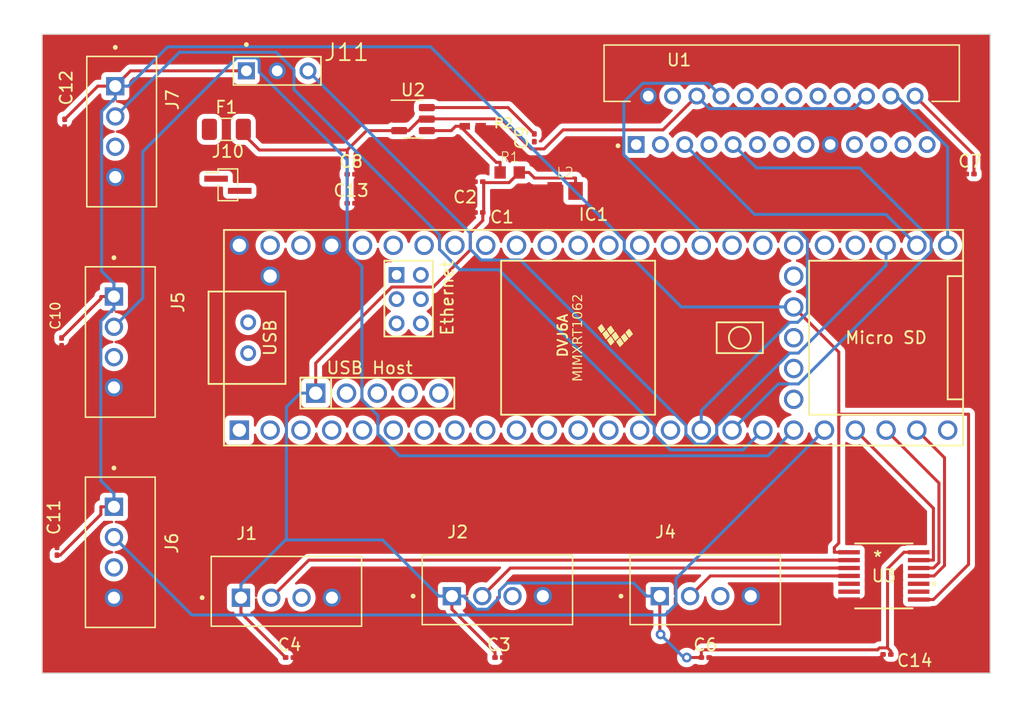
<source format=kicad_pcb>
(kicad_pcb (version 20221018) (generator pcbnew)
  (layers (0 "F.Cu" signal) (31 "B.Cu" signal) (34 "B.Paste" user) (35 "F.Paste" user) (36 "B.SilkS" user "B.Silkscreen") (37 "F.SilkS" user "F.Silkscreen") (38 "B.Mask" user) (39 "F.Mask" user) (44 "Edge.Cuts" user))
  (net 0 "")
  (net 1 "+5V")
  (net 12 "LF_LINE")
  (net 13 "RF_LINE")
  (net 37 "+12V")
  (net 38 "Net-(U2-VBST)")
  (net 39 "GNDS")
  (net 40 "B_LINE")
  (net 41 "M_SPD")
  (net 42 "M_REF")
  (net 43 "Net-(U1-VREG)")
  (net 44 "LIR5")
  (net 54 "M_IN1")
  (net 55 "M_IN2")
  (net 56 "Net-(J9-Pin_2)")
  (net 58 "Net-(J9-Pin_1)")
  (net 60 "Net-(J8-Pin_2)")
  (net 62 "Net-(J8-Pin_1)")
  (net 69 "Net-(U2-VFB)")
  (net 70 "IR_START")
  (net 76 "Net-(J10-Pin_1b)")
  (net 77 "+3.3V")
  (net 78 "RIR5")
  (net 79 "CIR5")
  (net 84 "CIR3.3")
  (net 85 "RIR3.3")
  (net 86 "LIR3.3")
  (footprint "Fuse:Fuse_1206_3216Metric" (layer "F.Cu") (at 68.199 85.344)
    (fp_text reference "F1" (at 0 -1.82) (layer "F.SilkS"))
    (fp_text value "Fuse")
    (pad "1" smd roundrect (at -1.4 0) (size 1.25 1.75) (layers "F.Cu" "F.Paste" "F.Mask") (roundrect_rratio 0.2) (net 76 "Net-(J10-Pin_1b)"))
    (pad "2" smd roundrect (at 1.4 0) (size 1.25 1.75) (layers "F.Cu" "F.Paste" "F.Mask") (roundrect_rratio 0.2) (net 37 "+12V"))
  )
  (footprint "Capacitor_SMD:C_0201_0603Metric" (layer "F.Cu") (at 54.229 120.142 90)
    (fp_text reference "C11" (at 2.794 -0.254 90) (layer "F.SilkS"))
    (fp_text value "0.1uF")
    (pad "1" smd roundrect (at -0.32 0 90) (size 0.46 0.4) (layers "F.Cu" "F.Mask") (net 77 "+3.3V"))
    (pad "2" smd roundrect (at 0.32 0 90) (size 0.46 0.4) (layers "F.Cu" "F.Mask") (net 39 "GNDS"))
  )
  (footprint "RoboJackets:INDC2012X145N" (layer "F.Cu") (at 96.139 90.424)
    (fp_text reference "L2" (at 0 -1.524 180) (layer "F.SilkS") (effects (font (size 0.8 0.8) (thickness 0.08) bold)))
    (fp_text value "4.7 uH")
    (pad "1" smd rect (at -0.86 0) (size 1.2 1.47) (layers "F.Cu" "F.Paste" "F.Mask") (net 39 "GNDS"))
    (pad "2" smd rect (at 0.86 0) (size 1.2 1.47) (layers "F.Cu" "F.Paste" "F.Mask") (net 1 "+5V"))
  )
  (footprint "Capacitor_SMD:C_0201_0603Metric" (layer "F.Cu") (at 54.864 84.836 -90)
    (fp_text reference "C12" (at -2.921 -0.127 90) (layer "F.SilkS"))
    (fp_text value "0.1uF")
    (pad "1" smd roundrect (at -0.32 0 270) (size 0.46 0.4) (layers "F.Cu" "F.Mask") (net 77 "+3.3V"))
    (pad "2" smd roundrect (at 0.32 0 270) (size 0.46 0.4) (layers "F.Cu" "F.Mask") (net 39 "GNDS"))
  )
  (footprint "Capacitor_SMD:C_0201_0603Metric" (layer "F.Cu") (at 73.406 128.905)
    (fp_text reference "C4" (at 0 -1.05) (layer "F.SilkS"))
    (fp_text value "0.1uF")
    (pad "1" smd roundrect (at -0.32 0) (size 0.46 0.4) (layers "F.Cu" "F.Mask") (net 1 "+5V"))
    (pad "2" smd roundrect (at 0.32 0) (size 0.46 0.4) (layers "F.Cu" "F.Mask") (net 39 "GNDS"))
  )
  (footprint "RoboJackets:JST_B4B-XH-A_LF__SN_" (layer "F.Cu") (at 107.696 123.317)
    (fp_text reference "J4" (at -3.275 -4.76) (layer "F.SilkS"))
    (fp_text value "IR Sensor C")
    (pad "1" thru_hole rect (at -3.75 0.525) (size 1.508 1.508) (drill 1) (layers "*.Cu" "*.Mask") (net 1 "+5V"))
    (pad "2" thru_hole circle (at -1.25 0.525) (size 1.508 1.508) (drill 1) (layers "*.Cu" "*.Mask") (net 79 "CIR5"))
    (pad "3" thru_hole circle (at 1.25 0.525) (size 1.508 1.508) (drill 1) (layers "*.Cu" "*.Mask"))
    (pad "4" thru_hole circle (at 3.75 0.525) (size 1.508 1.508) (drill 1) (layers "*.Cu" "*.Mask") (net 39 "GNDS"))
  )
  (footprint "Capacitor_SMD:C_0201_0603Metric" (layer "F.Cu") (at 78.486 89.05)
    (fp_text reference "C8" (at 0 -1.05) (layer "F.SilkS"))
    (fp_text value ".1 uF")
    (pad "1" smd roundrect (at -0.32 0) (size 0.46 0.4) (layers "F.Cu" "F.Mask") (net 37 "+12V"))
    (pad "2" smd roundrect (at 0.32 0) (size 0.46 0.4) (layers "F.Cu" "F.Mask") (net 39 "GNDS"))
  )
  (footprint "RoboJackets:JST_B4B-XH-A_LF__SN_" (layer "F.Cu") (at 73.152 123.444)
    (fp_text reference "J1" (at -3.275 -4.76) (layer "F.SilkS"))
    (fp_text value "IR Sensor L")
    (pad "1" thru_hole rect (at -3.75 0.525) (size 1.508 1.508) (drill 1) (layers "*.Cu" "*.Mask") (net 1 "+5V"))
    (pad "2" thru_hole circle (at -1.25 0.525) (size 1.508 1.508) (drill 1) (layers "*.Cu" "*.Mask") (net 44 "LIR5"))
    (pad "3" thru_hole circle (at 1.25 0.525) (size 1.508 1.508) (drill 1) (layers "*.Cu" "*.Mask"))
    (pad "4" thru_hole circle (at 3.75 0.525) (size 1.508 1.508) (drill 1) (layers "*.Cu" "*.Mask") (net 39 "GNDS"))
  )
  (footprint "Capacitor_SMD:C_0201_0603Metric" (layer "F.Cu") (at 107.696 128.905)
    (fp_text reference "C6" (at 0 -1.05) (layer "F.SilkS"))
    (fp_text value "0.1uF")
    (pad "1" smd roundrect (at -0.32 0) (size 0.46 0.4) (layers "F.Cu" "F.Mask") (net 1 "+5V"))
    (pad "2" smd roundrect (at 0.32 0) (size 0.46 0.4) (layers "F.Cu" "F.Mask") (net 39 "GNDS"))
  )
  (footprint "RoboJackets:robo" (layer "F.Cu") (at 88.519 85.09)
    (fp_text reference "R2" (at 2.54 -0.254 unlocked) (layer "F.SilkS") (effects (font (size 0.8 0.8))))
    (fp_text value "50kΩ")
    (pad "1" smd rect (at -0.654399 0) (size 0.858799 0.550799) (layers "F.Cu" "F.Paste" "F.Mask") (net 69 "Net-(U2-VFB)"))
    (pad "2" smd rect (at 0.654399 0) (size 0.858799 0.550799) (layers "F.Cu" "F.Paste" "F.Mask") (net 39 "GNDS"))
    (zone (net 0) (net_name "") (layer "F.Cu") (connect_pads (clearance 0)) (min_thickness 0.254)
      (keepout (tracks not_allowed) (vias not_allowed) (pads allowed) (copperpour not_allowed) (footprints allowed))
      (fill (thermal_gap 0.508) (thermal_bridge_width 0.508))
      (polygon (pts (xy 88.3448 84.8908) (xy 88.6932 84.8908) (xy 88.6932 85.2892) (xy 88.3448 85.2892)))
    )
  )
  (footprint "Capacitor_SMD:C_0201_0603Metric" (layer "F.Cu") (at 89.027 89.662 180)
    (fp_text reference "C2" (at 1.143 -1.27) (layer "F.SilkS"))
    (fp_text value "10 uF")
    (pad "1" smd roundrect (at -0.32 0 180) (size 0.46 0.4) (layers "F.Cu" "F.Mask") (net 1 "+5V"))
    (pad "2" smd roundrect (at 0.32 0 180) (size 0.46 0.4) (layers "F.Cu" "F.Mask") (net 39 "GNDS"))
  )
  (footprint "Capacitor_SMD:C_0201_0603Metric" (layer "F.Cu") (at 78.486 91.44)
    (fp_text reference "C13" (at 0 -1.05) (layer "F.SilkS"))
    (fp_text value "10 uF")
    (pad "1" smd roundrect (at -0.32 0) (size 0.46 0.4) (layers "F.Cu" "F.Mask") (net 37 "+12V"))
    (pad "2" smd roundrect (at 0.32 0) (size 0.46 0.4) (layers "F.Cu" "F.Mask") (net 39 "GNDS"))
  )
  (footprint "RoboJackets:JST_B4B-XH-A_LF__SN_" (layer "F.Cu") (at 90.551 123.317)
    (fp_text reference "J2" (at -3.275 -4.76) (layer "F.SilkS"))
    (fp_text value "IR Sensor R")
    (pad "1" thru_hole rect (at -3.75 0.525) (size 1.508 1.508) (drill 1) (layers "*.Cu" "*.Mask") (net 1 "+5V"))
    (pad "2" thru_hole circle (at -1.25 0.525) (size 1.508 1.508) (drill 1) (layers "*.Cu" "*.Mask") (net 78 "RIR5"))
    (pad "3" thru_hole circle (at 1.25 0.525) (size 1.508 1.508) (drill 1) (layers "*.Cu" "*.Mask"))
    (pad "4" thru_hole circle (at 3.75 0.525) (size 1.508 1.508) (drill 1) (layers "*.Cu" "*.Mask") (net 39 "GNDS"))
  )
  (footprint "Connector_PinSocket_1.00mm:PinSocket_1x02_P1.00mm_Vertical_SMD_Pin1Left" (layer "F.Cu") (at 68.326 89.916)
    (fp_text reference "J10" (at 0 -2.75) (layer "F.SilkS"))
    (fp_text value "Battery Socket")
    (pad "1" smd rect (at -0.975 -0.5) (size 1.95 0.5) (layers "F.Cu" "F.Paste" "F.Mask"))
    (pad "2" smd rect (at 0.975 0.5) (size 1.95 0.5) (layers "F.Cu" "F.Paste" "F.Mask"))
  )
  (footprint "Capacitor_SMD:C_0201_0603Metric" (layer "F.Cu") (at 122.682 128.651 180)
    (fp_text reference "C14" (at -2.286 -0.508) (layer "F.SilkS"))
    (fp_text value "10 uF")
    (pad "1" smd roundrect (at -0.32 0 180) (size 0.46 0.4) (layers "F.Cu" "F.Mask") (net 1 "+5V"))
    (pad "2" smd roundrect (at 0.32 0 180) (size 0.46 0.4) (layers "F.Cu" "F.Mask") (net 39 "GNDS"))
  )
  (footprint "RoboJackets:JST_B4B-XH-A_LF__SN_" (layer "F.Cu") (at 59.453 120.2242 -90)
    (fp_text reference "J6" (at -0.75 -4.25 90) (layer "F.SilkS"))
    (fp_text value "Line Sensor 2")
    (pad "1" thru_hole rect (at -3.75 0.525 270) (size 1.508 1.508) (drill 1) (layers "*.Cu" "*.Mask") (net 77 "+3.3V"))
    (pad "2" thru_hole circle (at -1.25 0.525 270) (size 1.508 1.508) (drill 1) (layers "*.Cu" "*.Mask") (net 13 "RF_LINE"))
    (pad "3" thru_hole circle (at 1.25 0.525 270) (size 1.508 1.508) (drill 1) (layers "*.Cu" "*.Mask"))
    (pad "4" thru_hole circle (at 3.75 0.525 270) (size 1.508 1.508) (drill 1) (layers "*.Cu" "*.Mask") (net 39 "GNDS"))
  )
  (footprint "RoboJackets:JST_B4B-XH-A_LF__SN_" (layer "F.Cu") (at 59.453 102.8811 -90)
    (fp_text reference "J5" (at -3.275 -4.76 90) (layer "F.SilkS"))
    (fp_text value "Line Sensor 1")
    (pad "1" thru_hole rect (at -3.75 0.525 270) (size 1.508 1.508) (drill 1) (layers "*.Cu" "*.Mask") (net 77 "+3.3V"))
    (pad "2" thru_hole circle (at -1.25 0.525 270) (size 1.508 1.508) (drill 1) (layers "*.Cu" "*.Mask") (net 12 "LF_LINE"))
    (pad "3" thru_hole circle (at 1.25 0.525 270) (size 1.508 1.508) (drill 1) (layers "*.Cu" "*.Mask"))
    (pad "4" thru_hole circle (at 3.75 0.525 270) (size 1.508 1.508) (drill 1) (layers "*.Cu" "*.Mask") (net 39 "GNDS"))
  )
  (footprint "Capacitor_SMD:C_0201_0603Metric" (layer "F.Cu") (at 90.678 128.905)
    (fp_text reference "C3" (at 0 -1.05) (layer "F.SilkS"))
    (fp_text value "0.1uF")
    (pad "1" smd roundrect (at -0.32 0) (size 0.46 0.4) (layers "F.Cu" "F.Mask") (net 1 "+5V"))
    (pad "2" smd roundrect (at 0.32 0) (size 0.46 0.4) (layers "F.Cu" "F.Mask") (net 39 "GNDS"))
  )
  (footprint "RoboJackets:TO100P2930X465X1937-25" (layer "F.Cu") (at 102 86.6)
    (fp_text reference "U1" (at 3.537 -6.971) (layer "F.SilkS"))
    (fp_text value "TB67H303HG (MD)")
    (pad "1" thru_hole rect (at 0 0) (size 1.388 1.388) (drill 0.88) (layers "*.Cu" "*.Mask"))
    (pad "2" thru_hole circle (at 1 -4) (size 1.388 1.388) (drill 0.88) (layers "*.Cu" "*.Mask") (net 39 "GNDS"))
    (pad "3" thru_hole circle (at 2 0) (size 1.388 1.388) (drill 0.88) (layers "*.Cu" "*.Mask"))
    (pad "4" thru_hole circle (at 3 -4) (size 1.388 1.388) (drill 0.88) (layers "*.Cu" "*.Mask"))
    (pad "5" thru_hole circle (at 4 0) (size 1.388 1.388) (drill 0.88) (layers "*.Cu" "*.Mask") (net 42 "M_REF"))
    (pad "6" thru_hole circle (at 5 -4) (size 1.388 1.388) (drill 0.88) (layers "*.Cu" "*.Mask") (net 37 "+12V"))
    (pad "7" thru_hole circle (at 6 0) (size 1.388 1.388) (drill 0.88) (layers "*.Cu" "*.Mask"))
    (pad "8" thru_hole circle (at 7 -4) (size 1.388 1.388) (drill 0.88) (layers "*.Cu" "*.Mask") (net 54 "M_IN1"))
    (pad "9" thru_hole circle (at 8 0) (size 1.388 1.388) (drill 0.88) (layers "*.Cu" "*.Mask") (net 55 "M_IN2"))
    (pad "10" thru_hole circle (at 9 -4) (size 1.388 1.388) (drill 0.88) (layers "*.Cu" "*.Mask") (net 56 "Net-(J9-Pin_2)"))
    (pad "11" thru_hole circle (at 10 0) (size 1.388 1.388) (drill 0.88) (layers "*.Cu" "*.Mask"))
    (pad "12" thru_hole circle (at 11 -4) (size 1.388 1.388) (drill 0.88) (layers "*.Cu" "*.Mask") (net 58 "Net-(J9-Pin_1)"))
    (pad "13" thru_hole circle (at 12 0) (size 1.388 1.388) (drill 0.88) (layers "*.Cu" "*.Mask"))
    (pad "14" thru_hole circle (at 13 -4) (size 1.388 1.388) (drill 0.88) (layers "*.Cu" "*.Mask") (net 60 "Net-(J8-Pin_2)"))
    (pad "15" thru_hole circle (at 14 0) (size 1.388 1.388) (drill 0.88) (layers "*.Cu" "*.Mask"))
    (pad "16" thru_hole circle (at 15 -4) (size 1.388 1.388) (drill 0.88) (layers "*.Cu" "*.Mask") (net 62 "Net-(J8-Pin_1)"))
    (pad "17" thru_hole circle (at 16 0) (size 1.388 1.388) (drill 0.88) (layers "*.Cu" "*.Mask") (net 39 "GNDS"))
    (pad "18" thru_hole circle (at 17 -4) (size 1.388 1.388) (drill 0.88) (layers "*.Cu" "*.Mask"))
    (pad "19" thru_hole circle (at 18 0) (size 1.388 1.388) (drill 0.88) (layers "*.Cu" "*.Mask"))
    (pad "20" thru_hole circle (at 19 -4) (size 1.388 1.388) (drill 0.88) (layers "*.Cu" "*.Mask") (net 37 "+12V"))
    (pad "21" thru_hole circle (at 20 0) (size 1.388 1.388) (drill 0.88) (layers "*.Cu" "*.Mask"))
    (pad "22" thru_hole circle (at 21 -4) (size 1.388 1.388) (drill 0.88) (layers "*.Cu" "*.Mask") (net 41 "M_SPD"))
    (pad "23" thru_hole circle (at 22 0) (size 1.388 1.388) (drill 0.88) (layers "*.Cu" "*.Mask"))
    (pad "24" thru_hole circle (at 23 -4) (size 1.388 1.388) (drill 0.88) (layers "*.Cu" "*.Mask") (net 43 "Net-(U1-VREG)"))
    (pad "25" thru_hole circle (at 24 0) (size 1.388 1.388) (drill 0.88) (layers "*.Cu" "*.Mask"))
  )
  (footprint "RoboJackets:RU_14_ADI-M" (layer "F.Cu") (at 122.428 122.174)
    (fp_text reference "U3" (at 0 0 unlocked) (layer "F.SilkS"))
    (fp_text value "ADG3304BRUZ-REEL")
    (fp_text user "*" (at -0.508 -1.524) (layer "F.SilkS"))
    (pad "1" smd rect (at -2.8702 -1.950001) (size 1.778 0.3556) (layers "F.Cu" "F.Paste" "F.Mask") (net 77 "+3.3V"))
    (pad "2" smd rect (at -2.8702 -1.3) (size 1.778 0.3556) (layers "F.Cu" "F.Paste" "F.Mask") (net 44 "LIR5"))
    (pad "3" smd rect (at -2.8702 -0.649999) (size 1.778 0.3556) (layers "F.Cu" "F.Paste" "F.Mask") (net 78 "RIR5"))
    (pad "4" smd rect (at -2.8702 0) (size 1.778 0.3556) (layers "F.Cu" "F.Paste" "F.Mask") (net 79 "CIR5"))
    (pad "5" smd rect (at -2.8702 0.649999) (size 1.778 0.3556) (layers "F.Cu" "F.Paste" "F.Mask"))
    (pad "6" smd rect (at -2.8702 1.3) (size 1.778 0.3556) (layers "F.Cu" "F.Paste" "F.Mask"))
    (pad "7" smd rect (at -2.8702 1.949999) (size 1.778 0.3556) (layers "F.Cu" "F.Paste" "F.Mask") (net 39 "GNDS"))
    (pad "8" smd rect (at 2.8702 1.950001) (size 1.778 0.3556) (layers "F.Cu" "F.Paste" "F.Mask") (net 77 "+3.3V"))
    (pad "9" smd rect (at 2.8702 1.3) (size 1.778 0.3556) (layers "F.Cu" "F.Paste" "F.Mask"))
    (pad "10" smd rect (at 2.8702 0.650001) (size 1.778 0.3556) (layers "F.Cu" "F.Paste" "F.Mask"))
    (pad "11" smd rect (at 2.8702 0) (size 1.778 0.3556) (layers "F.Cu" "F.Paste" "F.Mask") (net 84 "CIR3.3"))
    (pad "12" smd rect (at 2.8702 -0.649999) (size 1.778 0.3556) (layers "F.Cu" "F.Paste" "F.Mask") (net 85 "RIR3.3"))
    (pad "13" smd rect (at 2.8702 -1.3) (size 1.778 0.3556) (layers "F.Cu" "F.Paste" "F.Mask") (net 86 "LIR3.3"))
    (pad "14" smd rect (at 2.8702 -1.949999) (size 1.778 0.3556) (layers "F.Cu" "F.Paste" "F.Mask") (net 1 "+5V"))
  )
  (footprint "Capacitor_SMD:C_0201_0603Metric" (layer "F.Cu") (at 89.027 92.202 180)
    (fp_text reference "C1" (at -1.905 -0.381) (layer "F.SilkS"))
    (fp_text value ".1 uF")
    (pad "1" smd roundrect (at -0.32 0 180) (size 0.46 0.4) (layers "F.Cu" "F.Mask") (net 1 "+5V"))
    (pad "2" smd roundrect (at 0.32 0 180) (size 0.46 0.4) (layers "F.Cu" "F.Mask") (net 39 "GNDS"))
  )
  (footprint "Capacitor_SMD:C_0201_0603Metric" (layer "F.Cu") (at 93.599 86.04 90)
    (fp_text reference "C9" (at 0 -1.05 90) (layer "F.SilkS"))
    (fp_text value ".1 uF")
    (pad "1" smd roundrect (at -0.32 0 90) (size 0.46 0.4) (layers "F.Cu" "F.Mask") (net 39 "GNDS"))
    (pad "2" smd roundrect (at 0.32 0 90) (size 0.46 0.4) (layers "F.Cu" "F.Mask") (net 38 "Net-(U2-VBST)"))
  )
  (footprint "RoboJackets:JST_B4B-XH-A_LF__SN_" (layer "F.Cu") (at 59.563 85.531 -90)
    (fp_text reference "J7" (at -2.6235 -4.191 90) (layer "F.SilkS"))
    (fp_text value "Line Sensor 3")
    (pad "1" thru_hole rect (at -3.75 0.525 270) (size 1.508 1.508) (drill 1) (layers "*.Cu" "*.Mask") (net 77 "+3.3V"))
    (pad "2" thru_hole circle (at -1.25 0.525 270) (size 1.508 1.508) (drill 1) (layers "*.Cu" "*.Mask") (net 40 "B_LINE"))
    (pad "3" thru_hole circle (at 1.25 0.525 270) (size 1.508 1.508) (drill 1) (layers "*.Cu" "*.Mask"))
    (pad "4" thru_hole circle (at 3.75 0.525 270) (size 1.508 1.508) (drill 1) (layers "*.Cu" "*.Mask") (net 39 "GNDS"))
  )
  (footprint "RoboJackets:TE_5-146280-3" (layer "F.Cu") (at 72.39 80.518)
    (fp_text reference "J11" (at 5.715 -1.524) (layer "F.SilkS") (effects (font (size 1.40252 1.40252))))
    (fp_text value "IR Start Module")
    (pad "1" thru_hole rect (at -2.54 0) (size 1.398 1.398) (drill 0.89) (layers "*.Cu" "*.Mask") (net 77 "+3.3V"))
    (pad "2" thru_hole circle (at 0 0) (size 1.398 1.398) (drill 0.89) (layers "*.Cu" "*.Mask") (net 39 "GNDS"))
    (pad "3" thru_hole circle (at 2.54 0) (size 1.398 1.398) (drill 0.89) (layers "*.Cu" "*.Mask") (net 70 "IR_START"))
  )
  (footprint "RoboJackets:RESC1608X50N" (layer "F.Cu") (at 91.567 88.9)
    (fp_text reference "R1" (at 0 -1.27 180) (layer "F.SilkS") (effects (font (size 0.8 0.8) (thickness 0.08))))
    (fp_text value "5kΩ")
    (pad "1" smd rect (at -0.79 0) (size 0.94 1.02) (layers "F.Cu" "F.Paste" "F.Mask") (net 69 "Net-(U2-VFB)"))
    (pad "2" smd rect (at 0.79 0) (size 0.94 1.02) (layers "F.Cu" "F.Paste" "F.Mask") (net 1 "+5V"))
  )
  (footprint "Capacitor_SMD:C_0201_0603Metric" (layer "F.Cu") (at 54.61 102.87 -90)
    (fp_text reference "C10" (at -2.159 0.508 90) (layer "F.SilkS") (effects (font (size 0.8 0.8) (thickness 0.125))))
    (fp_text value "0.1uF")
    (pad "1" smd roundrect (at -0.32 0 270) (size 0.46 0.4) (layers "F.Cu" "F.Mask") (net 77 "+3.3V"))
    (pad "2" smd roundrect (at 0.32 0 270) (size 0.46 0.4) (layers "F.Cu" "F.Mask") (net 39 "GNDS"))
  )
  (footprint "Capacitor_SMD:C_0201_0603Metric" (layer "F.Cu") (at 129.54 89.027)
    (fp_text reference "C7" (at 0 -1.05) (layer "F.SilkS"))
    (fp_text value "0.1uF")
    (pad "1" smd roundrect (at -0.32 0) (size 0.46 0.4) (layers "F.Cu" "F.Mask") (net 39 "GNDS"))
    (pad "2" smd roundrect (at 0.32 0) (size 0.46 0.4) (layers "F.Cu" "F.Mask") (net 43 "Net-(U1-VREG)"))
  )
  (footprint "Package_TO_SOT_SMD:SOT-23-6" (layer "F.Cu") (at 83.595 84.5)
    (fp_text reference "U2" (at 0 -2.4) (layer "F.SilkS"))
    (fp_text value "TPS562200 (VR)")
    (pad "1" smd roundrect (at -1.1375 -0.95) (size 1.325 0.6) (layers "F.Cu" "F.Paste" "F.Mask") (net 39 "GNDS"))
    (pad "2" smd roundrect (at -1.1375 0) (size 1.325 0.6) (layers "F.Cu" "F.Paste" "F.Mask") (net 39 "GNDS"))
    (pad "3" smd roundrect (at -1.1375 0.95) (size 1.325 0.6) (layers "F.Cu" "F.Paste" "F.Mask") (net 37 "+12V"))
    (pad "4" smd roundrect (at 1.1375 0.95) (size 1.325 0.6) (layers "F.Cu" "F.Paste" "F.Mask") (net 69 "Net-(U2-VFB)"))
    (pad "5" smd roundrect (at 1.1375 0) (size 1.325 0.6) (layers "F.Cu" "F.Paste" "F.Mask") (net 37 "+12V"))
    (pad "6" smd roundrect (at 1.1375 -0.95) (size 1.325 0.6) (layers "F.Cu" "F.Paste" "F.Mask") (net 38 "Net-(U2-VBST)"))
  )
  (footprint "Teensy Lib:TEENSY41" (layer "F.Cu") (at 98.48 102.53)
    (fp_text reference "IC1" (at 0 -10.16) (layer "F.SilkS"))
    (fp_text value "TEENSY_4.1")
    (fp_text user "Micro SD" (at 24.13 0) (layer "F.SilkS"))
    (fp_text user "Ethernet" (at -12.065 -3.2766 90) (layer "F.SilkS"))
    (fp_text user "MIMXRT1062" (at -1.27 0 270) (layer "F.SilkS") (effects (font (size 0.8 0.8) (thickness 0.2))))
    (fp_text user "USB" (at -26.67 0 270) (layer "F.SilkS"))
    (fp_text user "DVJ6A" (at -2.54 -0.18 270) (layer "F.SilkS") (effects (font (size 0.8 0.8))))
    (fp_text user "USB Host" (at -18.4658 2.4892) (layer "F.SilkS"))
    (pad "1" thru_hole rect (at -29.21 7.62) (size 1.6 1.6) (drill 1.1) (layers "*.Cu" "*.Mask"))
    (pad "2" thru_hole circle (at -26.67 7.62) (size 1.6 1.6) (drill 1.1) (layers "*.Cu" "*.Mask"))
    (pad "3" thru_hole circle (at -24.13 7.62) (size 1.6 1.6) (drill 1.1) (layers "*.Cu" "*.Mask"))
    (pad "4" thru_hole circle (at -21.59 7.62) (size 1.6 1.6) (drill 1.1) (layers "*.Cu" "*.Mask"))
    (pad "5" thru_hole circle (at -19.05 7.62) (size 1.6 1.6) (drill 1.1) (layers "*.Cu" "*.Mask"))
    (pad "6" thru_hole circle (at -16.51 7.62) (size 1.6 1.6) (drill 1.1) (layers "*.Cu" "*.Mask"))
    (pad "7" thru_hole circle (at -13.97 7.62) (size 1.6 1.6) (drill 1.1) (layers "*.Cu" "*.Mask"))
    (pad "8" thru_hole circle (at -11.43 7.62) (size 1.6 1.6) (drill 1.1) (layers "*.Cu" "*.Mask"))
    (pad "9" thru_hole circle (at -8.89 7.62) (size 1.6 1.6) (drill 1.1) (layers "*.Cu" "*.Mask"))
    (pad "10" thru_hole circle (at -6.35 7.62) (size 1.6 1.6) (drill 1.1) (layers "*.Cu" "*.Mask"))
    (pad "11" thru_hole circle (at -3.81 7.62) (size 1.6 1.6) (drill 1.1) (layers "*.Cu" "*.Mask"))
    (pad "12" thru_hole circle (at -1.27 7.62) (size 1.6 1.6) (drill 1.1) (layers "*.Cu" "*.Mask"))
    (pad "13" thru_hole circle (at 1.27 7.62) (size 1.6 1.6) (drill 1.1) (layers "*.Cu" "*.Mask"))
    (pad "14" thru_hole circle (at 3.81 7.62) (size 1.6 1.6) (drill 1.1) (layers "*.Cu" "*.Mask"))
    (pad "15" thru_hole circle (at 6.35 7.62) (size 1.6 1.6) (drill 1.1) (layers "*.Cu" "*.Mask"))
    (pad "16" thru_hole circle (at 8.89 7.62) (size 1.6 1.6) (drill 1.1) (layers "*.Cu" "*.Mask") (net 54 "M_IN1"))
    (pad "17" thru_hole circle (at 11.43 7.62) (size 1.6 1.6) (drill 1.1) (layers "*.Cu" "*.Mask") (net 55 "M_IN2"))
    (pad "18" thru_hole circle (at 13.97 7.62) (size 1.6 1.6) (drill 1.1) (layers "*.Cu" "*.Mask") (net 40 "B_LINE"))
    (pad "19" thru_hole circle (at 16.51 7.62) (size 1.6 1.6) (drill 1.1) (layers "*.Cu" "*.Mask") (net 12 "LF_LINE"))
    (pad "20" thru_hole circle (at 19.05 7.62) (size 1.6 1.6) (drill 1.1) (layers "*.Cu" "*.Mask") (net 13 "RF_LINE"))
    (pad "21" thru_hole circle (at 21.59 7.62) (size 1.6 1.6) (drill 1.1) (layers "*.Cu" "*.Mask") (net 86 "LIR3.3"))
    (pad "22" thru_hole circle (at 24.13 7.62) (size 1.6 1.6) (drill 1.1) (layers "*.Cu" "*.Mask") (net 85 "RIR3.3"))
    (pad "23" thru_hole circle (at 26.67 7.62) (size 1.6 1.6) (drill 1.1) (layers "*.Cu" "*.Mask") (net 84 "CIR3.3"))
    (pad "24" thru_hole circle (at 29.21 7.62) (size 1.6 1.6) (drill 1.1) (layers "*.Cu" "*.Mask"))
    (pad "25" thru_hole circle (at 29.21 -7.62) (size 1.6 1.6) (drill 1.1) (layers "*.Cu" "*.Mask") (net 41 "M_SPD"))
    (pad "26" thru_hole circle (at 26.67 -7.62) (size 1.6 1.6) (drill 1.1) (layers "*.Cu" "*.Mask") (net 42 "M_REF"))
    (pad "27" thru_hole circle (at 24.13 -7.62) (size 1.6 1.6) (drill 1.1) (layers "*.Cu" "*.Mask") (net 70 "IR_START"))
    (pad "28" thru_hole circle (at 21.59 -7.62) (size 1.6 1.6) (drill 1.1) (layers "*.Cu" "*.Mask"))
    (pad "29" thru_hole circle (at 19.05 -7.62) (size 1.6 1.6) (drill 1.1) (layers "*.Cu" "*.Mask"))
    (pad "30" thru_hole circle (at 16.51 -7.62) (size 1.6 1.6) (drill 1.1) (layers "*.Cu" "*.Mask"))
    (pad "31" thru_hole circle (at 13.97 -7.62) (size 1.6 1.6) (drill 1.1) (layers "*.Cu" "*.Mask"))
    (pad "32" thru_hole circle (at 11.43 -7.62) (size 1.6 1.6) (drill 1.1) (layers "*.Cu" "*.Mask"))
    (pad "33" thru_hole circle (at 8.89 -7.62) (size 1.6 1.6) (drill 1.1) (layers "*.Cu" "*.Mask"))
    (pad "34" thru_hole circle (at 6.35 -7.62) (size 1.6 1.6) (drill 1.1) (layers "*.Cu" "*.Mask"))
    (pad "35" thru_hole circle (at 3.81 -7.62) (size 1.6 1.6) (drill 1.1) (layers "*.Cu" "*.Mask"))
    (pad "36" thru_hole circle (at 1.27 -7.62) (size 1.6 1.6) (drill 1.1) (layers "*.Cu" "*.Mask"))
    (pad "37" thru_hole circle (at -1.27 -7.62) (size 1.6 1.6) (drill 1.1) (layers "*.Cu" "*.Mask"))
    (pad "38" thru_hole circle (at -3.81 -7.62) (size 1.6 1.6) (drill 1.1) (layers "*.Cu" "*.Mask"))
    (pad "39" thru_hole circle (at -6.35 -7.62) (size 1.6 1.6) (drill 1.1) (layers "*.Cu" "*.Mask"))
    (pad "40" thru_hole circle (at -8.89 -7.62) (size 1.6 1.6) (drill 1.1) (layers "*.Cu" "*.Mask"))
    (pad "41" thru_hole circle (at -11.43 -7.62) (size 1.6 1.6) (drill 1.1) (layers "*.Cu" "*.Mask"))
    (pad "42" thru_hole circle (at -13.97 -7.62) (size 1.6 1.6) (drill 1.1) (layers "*.Cu" "*.Mask"))
    (pad "43" thru_hole circle (at -16.51 -7.62) (size 1.6 1.6) (drill 1.1) (layers "*.Cu" "*.Mask"))
    (pad "44" thru_hole circle (at -19.05 -7.62) (size 1.6 1.6) (drill 1.1) (layers "*.Cu" "*.Mask"))
    (pad "45" thru_hole circle (at -21.59 -7.62) (size 1.6 1.6) (drill 1.1) (layers "*.Cu" "*.Mask") (net 39 "GNDS"))
    (pad "46" thru_hole circle (at -24.13 -7.62) (size 1.6 1.6) (drill 1.1) (layers "*.Cu" "*.Mask"))
    (pad "47" thru_hole circle (at -26.67 -7.62) (size 1.6 1.6) (drill 1.1) (layers "*.Cu" "*.Mask"))
    (pad "48" thru_hole circle (at -29.21 -7.62) (size 1.6 1.6) (drill 1.1) (layers "*.Cu" "*.Mask") (net 39 "GNDS"))
    (pad "49" thru_hole circle (at -26.67 -5.08) (size 1.6 1.6) (drill 1.1) (layers "*.Cu" "*.Mask") (net 39 "GNDS"))
    (pad "50" thru_hole circle (at 16.51 5.08) (size 1.6 1.6) (drill 1.1) (layers "*.Cu" "*.Mask"))
    (pad "51" thru_hole circle (at 16.51 2.54) (size 1.6 1.6) (drill 1.1) (layers "*.Cu" "*.Mask"))
    (pad "52" thru_hole circle (at 16.51 0) (size 1.6 1.6) (drill 1.1) (layers "*.Cu" "*.Mask"))
    (pad "53" thru_hole circle (at 16.51 -2.54) (size 1.6 1.6) (drill 1.1) (layers "*.Cu" "*.Mask") (net 77 "+3.3V"))
    (pad "54" thru_hole circle (at 16.51 -5.08) (size 1.6 1.6) (drill 1.1) (layers "*.Cu" "*.Mask"))
    (pad "55" thru_hole rect (at -22.9108 4.5692) (size 1.6 1.6) (drill 1.1) (layers "*.Cu" "*.Mask") (net 1 "+5V"))
    (pad "56" thru_hole circle (at -20.3708 4.5692) (size 1.6 1.6) (drill 1.1) (layers "*.Cu" "*.Mask"))
    (pad "57" thru_hole circle (at -17.8308 4.5692) (size 1.6 1.6) (drill 1.1) (layers "*.Cu" "*.Mask"))
    (pad "58" thru_hole circle (at -15.2908 4.5692) (size 1.6 1.6) (drill 1.1) (layers "*.Cu" "*.Mask"))
    (pad "59" thru_hole circle (at -12.7508 4.5692) (size 1.6 1.6) (drill 1.1) (layers "*.Cu" "*.Mask"))
    (pad "60" thru_hole rect (at -16.24 -5.1816) (size 1.3 1.3) (drill 0.8) (layers "*.Cu" "*.Mask"))
    (pad "61" thru_hole circle (at -16.24 -3.1816) (size 1.3 1.3) (drill 0.8) (layers "*.Cu" "*.Mask"))
    (pad "62" thru_hole circle (at -16.24 -1.1816) (size 1.3 1.3) (drill 0.8) (layers "*.Cu" "*.Mask"))
    (pad "63" thru_hole circle (at -14.24 -1.1816) (size 1.3 1.3) (drill 0.8) (layers "*.Cu" "*.Mask"))
    (pad "64" thru_hole circle (at -14.24 -3.1816) (size 1.3 1.3) (drill 0.8) (layers "*.Cu" "*.Mask"))
    (pad "65" thru_hole circle (at -14.24 -5.1816) (size 1.3 1.3) (drill 0.8) (layers "*.Cu" "*.Mask"))
    (pad "66" thru_hole circle (at -28.48 -1.27) (size 1.3 1.3) (drill 0.8) (layers "*.Cu" "*.Mask"))
    (pad "67" thru_hole circle (at -28.48 1.27) (size 1.3 1.3) (drill 0.8) (layers "*.Cu" "*.Mask"))
  )
  (gr_rect (start 53 77.5) (end 131.2 130.2) (stroke (width 0.1)) (fill none) (layer "Edge.Cuts"))
  (segment (start 69.402 125.221) (end 73.086 128.905) (width 0.25) (layer "F.Cu") (net 1))
  (segment (start 104.013 127) (end 104.013 127.127) (width 0.25) (layer "F.Cu") (net 1))
  (segment (start 75.5692 104.624) (end 75.5692 107.099) (width 0.25) (layer "F.Cu") (net 1))
  (segment (start 69.402 123.969) (end 69.402 125.221) (width 0.25) (layer "F.Cu") (net 1))
  (segment (start 104.013 127) (end 103.946 126.933) (width 0.25) (layer "F.Cu") (net 1))
  (segment (start 107.459 128.27) (end 107.376 128.353) (width 0.25) (layer "F.Cu") (net 1))
  (segment (start 85.2611 98.3484) (end 81.8449 98.3484) (width 0.25) (layer "F.Cu") (net 1))
  (segment (start 93.616 89.3621) (end 96.999 89.3621) (width 0.25) (layer "F.Cu") (net 1))
  (segment (start 89.4219 92.1271) (end 89.347 92.202) (width 0.25) (layer "F.Cu") (net 1))
  (segment (start 90.358 128.48) (end 90.358 128.905) (width 0.25) (layer "F.Cu") (net 1))
  (segment (start 125.298 120.224) (end 125.2982 120.224) (width 0.25) (layer "F.Cu") (net 1))
  (segment (start 106.172 128.905) (end 106.083 128.816) (width 0.25) (layer "F.Cu") (net 1))
  (segment (start 88.32 93.8885) (end 88.32 95.2895) (width 0.25) (layer "F.Cu") (net 1))
  (segment (start 121.907 128.27) (end 107.459 128.27) (width 0.25) (layer "F.Cu") (net 1))
  (segment (start 93.1539 88.9) (end 93.616 89.3621) (width 0.25) (layer "F.Cu") (net 1))
  (segment (start 92.357 88.9) (end 93.1539 88.9) (width 0.25) (layer "F.Cu") (net 1))
  (segment (start 104.013 127) (end 104.013 127.254) (width 0.25) (layer "F.Cu") (net 1))
  (segment (start 122.732 121.574) (end 124.082 120.224) (width 0.25) (layer "F.Cu") (net 1))
  (segment (start 86.801 123.842) (end 86.801 124.923) (width 0.25) (layer "F.Cu") (net 1))
  (segment (start 122.066 128.111) (end 121.907 128.27) (width 0.25) (layer "F.Cu") (net 1))
  (segment (start 92.357 88.9) (end 91.5201 89.7369) (width 0.25) (layer "F.Cu") (net 1))
  (segment (start 89.347 92.202) (end 89.347 92.8615) (width 0.25) (layer "F.Cu") (net 1))
  (segment (start 103.946 126.933) (end 103.946 123.842) (width 0.25) (layer "F.Cu") (net 1))
  (segment (start 122.732 128.111) (end 122.066 128.111) (width 0.25) (layer "F.Cu") (net 1))
  (segment (start 91.5201 89.7369) (end 89.4219 89.7369) (width 0.25) (layer "F.Cu") (net 1))
  (segment (start 81.8449 98.3484) (end 75.5692 104.624) (width 0.25) (layer "F.Cu") (net 1))
  (segment (start 107.376 128.353) (end 107.376 128.905) (width 0.25) (layer "F.Cu") (net 1))
  (segment (start 86.801 124.923) (end 90.358 128.48) (width 0.25) (layer "F.Cu") (net 1))
  (segment (start 88.32 95.2895) (end 85.2611 98.3484) (width 0.25) (layer "F.Cu") (net 1))
  (segment (start 89.4219 89.7369) (end 89.4219 92.1271) (width 0.25) (layer "F.Cu") (net 1))
  (segment (start 124.082 120.224) (end 125.298 120.224) (width 0.25) (layer "F.Cu") (net 1))
  (segment (start 123.002 128.381) (end 122.732 128.111) (width 0.25) (layer "F.Cu") (net 1))
  (segment (start 107.376 128.905) (end 106.172 128.905) (width 0.25) (layer "F.Cu") (net 1))
  (segment (start 123.002 128.651) (end 123.002 128.381) (width 0.25) (layer "F.Cu") (net 1))
  (segment (start 96.999 89.3621) (end 96.999 90.424) (width 0.25) (layer "F.Cu") (net 1))
  (segment (start 89.347 92.8615) (end 88.32 93.8885) (width 0.25) (layer "F.Cu") (net 1))
  (segment (start 106.083 128.816) (end 105.918 128.816) (width 0.25) (layer "F.Cu") (net 1))
  (segment (start 75.5692 107.099) (end 75.5692 107.0992) (width 0.25) (layer "F.Cu") (net 1))
  (segment (start 122.732 128.111) (end 122.732 121.574) (width 0.25) (layer "F.Cu") (net 1))
  (via (at 104.013 127) (size 0.8) (drill 0.4) (layers "F.Cu" "B.Cu") (net 1))
  (via (at 106.172 128.905) (size 0.8) (drill 0.4) (layers "F.Cu" "B.Cu") (net 1))
  (segment (start 105.918 128.905) (end 104.013 127) (width 0.25) (layer "B.Cu") (net 1))
  (segment (start 90.7201 123.956) (end 89.7532 124.923) (width 0.25) (layer "B.Cu") (net 1))
  (segment (start 87.8819 123.977) (end 87.8819 123.842) (width 0.25) (layer "B.Cu") (net 1))
  (segment (start 73.1538 108.238) (end 74.2926 107.0992) (width 0.25) (layer "B.Cu") (net 1))
  (segment (start 69.402 122.888) (end 69.402 123.969) (width 0.25) (layer "B.Cu") (net 1))
  (segment (start 89.7532 124.923) (end 88.8277 124.923) (width 0.25) (layer "B.Cu") (net 1))
  (segment (start 74.2926 107.0992) (end 75.5692 107.0992) (width 0.25) (layer "B.Cu") (net 1))
  (segment (start 87.8819 123.842) (end 86.801 123.842) (width 0.25) (layer "B.Cu") (net 1))
  (segment (start 106.172 128.905) (end 105.918 128.905) (width 0.25) (layer "B.Cu") (net 1))
  (segment (start 73.08 119.21) (end 69.402 122.888) (width 0.25) (layer "B.Cu") (net 1))
  (segment (start 91.3533 122.761) (end 90.7201 123.394) (width 0.25) (layer "B.Cu") (net 1))
  (segment (start 81.0882 119.21) (end 73.1538 119.21) (width 0.25) (layer "B.Cu") (net 1))
  (segment (start 73.1538 119.21) (end 73.08 119.21) (width 0.25) (layer "B.Cu") (net 1))
  (segment (start 88.8277 124.923) (end 87.8819 123.977) (width 0.25) (layer "B.Cu") (net 1))
  (segment (start 102.865 123.842) (end 101.784 122.761) (width 0.25) (layer "B.Cu") (net 1))
  (segment (start 86.801 123.842) (end 85.7201 123.842) (width 0.25) (layer "B.Cu") (net 1))
  (segment (start 90.7201 123.394) (end 90.7201 123.956) (width 0.25) (layer "B.Cu") (net 1))
  (segment (start 85.7201 123.842) (end 81.0882 119.21) (width 0.25) (layer "B.Cu") (net 1))
  (segment (start 101.784 122.761) (end 91.3533 122.761) (width 0.25) (layer "B.Cu") (net 1))
  (segment (start 73.1538 108.238) (end 73.1538 119.21) (width 0.25) (layer "B.Cu") (net 1))
  (segment (start 103.946 123.842) (end 102.865 123.842) (width 0.25) (layer "B.Cu") (net 1))
  (segment (start 70.6861 79.4378) (end 69.0508 79.4378) (width 0.25) (layer "B.Cu") (net 12))
  (segment (start 79.3792 96.6594) (end 78.16 95.4402) (width 0.25) (layer "B.Cu") (net 12))
  (segment (start 61.3071 99.252) (end 58.928 101.631) (width 0.25) (layer "B.Cu") (net 12))
  (segment (start 79.3792 107.629) (end 79.3792 96.6594) (width 0.25) (layer "B.Cu") (net 12))
  (segment (start 82.4936 112.271) (end 80.7 110.478) (width 0.25) (layer "B.Cu") (net 12))
  (segment (start 78.16 95.4402) (end 78.16 87.8675) (width 0.25) (layer "B.Cu") (net 12))
  (segment (start 70.9066 80.6141) (end 70.9066 79.6583) (width 0.25) (layer "B.Cu") (net 12))
  (segment (start 80.7 110.478) (end 80.7 108.95) (width 0.25) (layer "B.Cu") (net 12))
  (segment (start 58.928 101.631) (end 58.928 101.6311) (width 0.25) (layer "B.Cu") (net 12))
  (segment (start 61.3071 87.1815) (end 61.3071 99.252) (width 0.25) (layer "B.Cu") (net 12))
  (segment (start 69.0508 79.4378) (end 61.3071 87.1815) (width 0.25) (layer "B.Cu") (net 12))
  (segment (start 78.16 87.8675) (end 70.9066 80.6141) (width 0.25) (layer "B.Cu") (net 12))
  (segment (start 70.9066 79.6583) (end 70.6861 79.4378) (width 0.25) (layer "B.Cu") (net 12))
  (segment (start 80.7 108.95) (end 79.3792 107.629) (width 0.25) (layer "B.Cu") (net 12))
  (segment (start 114.99 110.15) (end 112.869 112.271) (width 0.25) (layer "B.Cu") (net 12))
  (segment (start 112.869 112.271) (end 82.4936 112.271) (width 0.25) (layer "B.Cu") (net 12))
  (segment (start 59.3394 119.3855) (end 58.928 118.974) (width 0.25) (layer "B.Cu") (net 13))
  (segment (start 58.928 118.974) (end 59.751 119.797) (width 0.25) (layer "B.Cu") (net 13))
  (segment (start 59.3393 119.3855) (end 58.928 118.9742) (width 0.25) (layer "B.Cu") (net 13))
  (segment (start 59.3394 119.3855) (end 59.3393 119.3855) (width 0.25) (layer "B.Cu") (net 13))
  (segment (start 117.53 110.15) (end 105.281 122.399) (width 0.25) (layer "B.Cu") (net 13))
  (segment (start 59.751 119.797) (end 59.7508 119.797) (width 0.25) (layer "B.Cu") (net 13))
  (segment (start 105.281 124.511) (end 104.395 125.397) (width 0.25) (layer "B.Cu") (net 13))
  (segment (start 59.7508 119.797) (end 59.3394 119.3855) (width 0.25) (layer "B.Cu") (net 13))
  (segment (start 104.395 125.397) (end 65.3508 125.397) (width 0.25) (layer "B.Cu") (net 13))
  (segment (start 65.3508 125.397) (end 59.751 119.797) (width 0.25) (layer "B.Cu") (net 13))
  (segment (start 105.281 122.399) (end 105.281 124.511) (width 0.25) (layer "B.Cu") (net 13))
  (segment (start 78.166 87.0499) (end 70.9209 87.0499) (width 0.25) (layer "F.Cu") (net 37))
  (segment (start 104.21 85.3895) (end 95.9734 85.3895) (width 0.25) (layer "F.Cu") (net 37))
  (segment (start 82.4575 85.45) (end 79.7659 85.45) (width 0.25) (layer "F.Cu") (net 37))
  (segment (start 83.2346 85.45) (end 82.4575 85.45) (width 0.25) (layer "F.Cu") (net 37))
  (segment (start 79.7659 85.45) (end 78.166 87.0499) (width 0.25) (layer "F.Cu") (net 37))
  (segment (start 84.1846 84.5) (end 83.2346 85.45) (width 0.25) (layer "F.Cu") (net 37))
  (segment (start 94.4059 86.957) (end 93.3442 86.957) (width 0.25) (layer "F.Cu") (net 37))
  (segment (start 95.9734 85.3895) (end 94.4059 86.957) (width 0.25) (layer "F.Cu") (net 37))
  (segment (start 90.8669 84.4797) (end 84.7528 84.4797) (width 0.25) (layer "F.Cu") (net 37))
  (segment (start 93.3442 86.957) (end 90.8669 84.4797) (width 0.25) (layer "F.Cu") (net 37))
  (segment (start 84.7325 84.5) (end 84.1846 84.5) (width 0.25) (layer "F.Cu") (net 37))
  (segment (start 70.9209 87.0499) (end 69.596 85.725) (width 0.25) (layer "F.Cu") (net 37))
  (segment (start 107 82.6) (end 104.21 85.3895) (width 0.25) (layer "F.Cu") (net 37))
  (segment (start 84.7528 84.4797) (end 84.7325 84.5) (width 0.25) (layer "F.Cu") (net 37))
  (segment (start 78.166 87.0499) (end 78.166 89.05) (width 0.25) (layer "F.Cu") (net 37))
  (segment (start 78.166 91.44) (end 78.166 89.05) (width 0.25) (layer "F.Cu") (net 37))
  (segment (start 119.968 83.6319) (end 108.032 83.6319) (width 0.25) (layer "B.Cu") (net 37))
  (segment (start 108.032 83.6319) (end 107 82.6) (width 0.25) (layer "B.Cu") (net 37))
  (segment (start 121 82.6) (end 119.968 83.6319) (width 0.25) (layer "B.Cu") (net 37))
  (segment (start 91.429 83.55) (end 84.7325 83.55) (width 0.25) (layer "F.Cu") (net 38))
  (segment (start 93.599 85.72) (end 91.429 83.55) (width 0.25) (layer "F.Cu") (net 38))
  (segment (start 103.486 110.44) (end 103.486 109.739) (width 0.25) (layer "B.Cu") (net 40))
  (segment (start 87.4562 96.9233) (end 85.78 95.2471) (width 0.25) (layer "B.Cu") (net 40))
  (segment (start 72.3207 78.9859) (end 64.3331 78.9859) (width 0.25) (layer "B.Cu") (net 40))
  (segment (start 112.45 110.15) (end 110.82 111.78) (width 0.25) (layer "B.Cu") (net 40))
  (segment (start 85.78 95.2471) (end 85.78 94.0589) (width 0.25) (layer "B.Cu") (net 40))
  (segment (start 104.825 111.78) (end 103.486 110.44) (width 0.25) (layer "B.Cu") (net 40))
  (segment (start 64.3331 78.9859) (end 59.038 84.281) (width 0.25) (layer "B.Cu") (net 40))
  (segment (start 73.7774 80.4426) (end 72.3207 78.9859) (width 0.25) (layer "B.Cu") (net 40))
  (segment (start 73.7774 82.0563) (end 73.7774 80.4426) (width 0.25) (layer "B.Cu") (net 40))
  (segment (start 85.78 94.0589) (end 73.7774 82.0563) (width 0.25) (layer "B.Cu") (net 40))
  (segment (start 110.82 111.78) (end 104.825 111.78) (width 0.25) (layer "B.Cu") (net 40))
  (segment (start 90.6696 96.9233) (end 87.4562 96.9233) (width 0.25) (layer "B.Cu") (net 40))
  (segment (start 103.486 109.739) (end 90.6696 96.9233) (width 0.25) (layer "B.Cu") (net 40))
  (segment (start 127.69 86.8157) (end 123.474 82.6) (width 0.25) (layer "B.Cu") (net 41))
  (segment (start 127.69 94.91) (end 127.69 86.8157) (width 0.25) (layer "B.Cu") (net 41))
  (segment (start 123.474 82.6) (end 123 82.6) (width 0.25) (layer "B.Cu") (net 41))
  (segment (start 111.76 92.36) (end 122.6 92.36) (width 0.25) (layer "B.Cu") (net 42))
  (segment (start 106 86.6) (end 111.76 92.36) (width 0.25) (layer "B.Cu") (net 42))
  (segment (start 122.6 92.36) (end 125.15 94.91) (width 0.25) (layer "B.Cu") (net 42))
  (segment (start 129.86 87.46) (end 129.86 89.027) (width 0.25) (layer "F.Cu") (net 43))
  (segment (start 125 82.6) (end 129.86 87.46) (width 0.25) (layer "F.Cu") (net 43))
  (segment (start 74.997 120.874) (end 71.902 123.969) (width 0.25) (layer "F.Cu") (net 44))
  (segment (start 119.558 120.874) (end 119.5578 120.874) (width 0.25) (layer "F.Cu") (net 44))
  (segment (start 119.5578 120.874) (end 74.997 120.874) (width 0.25) (layer "F.Cu") (net 44))
  (segment (start 109 82.6) (end 107.944 81.5439) (width 0.25) (layer "B.Cu") (net 54))
  (segment (start 107.944 81.5439) (end 102.542 81.5439) (width 0.25) (layer "B.Cu") (net 54))
  (segment (start 115.347 93.6727) (end 116.123 94.448) (width 0.25) (layer "B.Cu") (net 54))
  (segment (start 116.123 100.46) (end 115.323 101.26) (width 0.25) (layer "B.Cu") (net 54))
  (segment (start 116.123 94.448) (end 116.123 100.46) (width 0.25) (layer "B.Cu") (net 54))
  (segment (start 114.657 101.26) (end 107.37 108.547) (width 0.25) (layer "B.Cu") (net 54))
  (segment (start 100.979 87.4296) (end 107.222 93.6727) (width 0.25) (layer "B.Cu") (net 54))
  (segment (start 100.979 83.1073) (end 100.979 87.4296) (width 0.25) (layer "B.Cu") (net 54))
  (segment (start 115.323 101.26) (end 114.657 101.26) (width 0.25) (layer "B.Cu") (net 54))
  (segment (start 107.222 93.6727) (end 115.347 93.6727) (width 0.25) (layer "B.Cu") (net 54))
  (segment (start 102.542 81.5439) (end 100.979 83.1073) (width 0.25) (layer "B.Cu") (net 54))
  (segment (start 107.37 108.547) (end 107.37 110.15) (width 0.25) (layer "B.Cu") (net 54))
  (segment (start 126.331 95.4033) (end 126.331 94.4225) (width 0.25) (layer "B.Cu") (net 55))
  (segment (start 126.331 94.4225) (end 120.432 88.5236) (width 0.25) (layer "B.Cu") (net 55))
  (segment (start 113.72 106.34) (end 115.395 106.34) (width 0.25) (layer "B.Cu") (net 55))
  (segment (start 115.395 106.34) (end 126.331 95.4033) (width 0.25) (layer "B.Cu") (net 55))
  (segment (start 109.91 110.15) (end 113.72 106.34) (width 0.25) (layer "B.Cu") (net 55))
  (segment (start 120.432 88.5236) (end 111.924 88.5236) (width 0.25) (layer "B.Cu") (net 55))
  (segment (start 111.924 88.5236) (end 110 86.6) (width 0.25) (layer "B.Cu") (net 55))
  (segment (start 86.7483 85.45) (end 87.1083 85.09) (width 0.25) (layer "F.Cu") (net 69))
  (segment (start 90.777 88.0631) (end 90.4596 88.0631) (width 0.25) (layer "F.Cu") (net 69))
  (segment (start 87.1083 85.09) (end 87.4865 85.09) (width 0.25) (layer "F.Cu") (net 69))
  (segment (start 90.777 88.9) (end 90.777 88.0631) (width 0.25) (layer "F.Cu") (net 69))
  (segment (start 84.7325 85.45) (end 86.7483 85.45) (width 0.25) (layer "F.Cu") (net 69))
  (segment (start 87.8646 85.09) (end 87.4865 85.09) (width 0.25) (layer "F.Cu") (net 69))
  (segment (start 90.4596 88.0631) (end 87.4865 85.09) (width 0.25) (layer "F.Cu") (net 69))
  (segment (start 122.61 94.91) (end 122.61 96.5668) (width 0.25) (layer "B.Cu") (net 70))
  (segment (start 88.32 95.2397) (end 88.32 93.908) (width 0.25) (layer "B.Cu") (net 70))
  (segment (start 108.64 109.822) (end 108.64 110.475) (width 0.25) (layer "B.Cu") (net 70))
  (segment (start 108.64 110.475) (end 107.801 111.314) (width 0.25) (layer "B.Cu") (net 70))
  (segment (start 89.2014 96.1211) (end 88.32 95.2397) (width 0.25) (layer "B.Cu") (net 70))
  (segment (start 107.801 111.314) (end 106.936 111.314) (width 0.25) (layer "B.Cu") (net 70))
  (segment (start 92.4717 96.1211) (end 89.2014 96.1211) (width 0.25) (layer "B.Cu") (net 70))
  (segment (start 106.1 110.478) (end 106.1 109.749) (width 0.25) (layer "B.Cu") (net 70))
  (segment (start 115.377 103.8) (end 114.662 103.8) (width 0.25) (layer "B.Cu") (net 70))
  (segment (start 88.32 93.908) (end 74.93 80.518) (width 0.25) (layer "B.Cu") (net 70))
  (segment (start 114.662 103.8) (end 108.64 109.822) (width 0.25) (layer "B.Cu") (net 70))
  (segment (start 106.936 111.314) (end 106.1 110.478) (width 0.25) (layer "B.Cu") (net 70))
  (segment (start 106.1 109.749) (end 92.4717 96.1211) (width 0.25) (layer "B.Cu") (net 70))
  (segment (start 122.61 96.5668) (end 115.377 103.8) (width 0.25) (layer "B.Cu") (net 70))
  (segment (start 118.342 119.834) (end 118.342 120.224) (width 0.25) (layer "F.Cu") (net 77))
  (segment (start 125.298 124.124) (end 126.514 124.124) (width 0.25) (layer "F.Cu") (net 77))
  (segment (start 57.8471 117.111) (end 54.4957 120.462) (width 0.25) (layer "F.Cu") (net 77))
  (segment (start 57.599 81.781) (end 54.864 84.516) (width 0.25) (layer "F.Cu") (net 77))
  (segment (start 57.8471 99.3129) (end 54.61 102.55) (width 0.25) (layer "F.Cu") (net 77))
  (segment (start 118.342 120.224) (end 119.5578 120.224) (width 0.25) (layer "F.Cu") (net 77))
  (segment (start 54.4957 120.462) (end 54.229 120.462) (width 0.25) (layer "F.Cu") (net 77))
  (segment (start 58.9278 116.474) (end 57.8471 116.474) (width 0.25) (layer "F.Cu") (net 77))
  (segment (start 58.928 116.474) (end 58.9278 116.474) (width 0.25) (layer "F.Cu") (net 77))
  (segment (start 69.85 80.518) (end 60.301 80.518) (width 0.25) (layer "F.Cu") (net 77))
  (segment (start 57.8471 99.1311) (end 57.8471 99.3129) (width 0.25) (layer "F.Cu") (net 77))
  (segment (start 129.413 121.225) (end 129.413 108.839) (width 0.25) (layer "F.Cu") (net 77))
  (segment (start 118.709 103.709) (end 118.709 109.022) (width 0.25) (layer "F.Cu") (net 77))
  (segment (start 60.301 80.518) (end 59.038 81.781) (width 0.25) (layer "F.Cu") (net 77))
  (segment (start 126.514 124.124) (end 129.413 121.225) (width 0.25) (layer "F.Cu") (net 77))
  (segment (start 114.99 99.99) (end 118.709 103.709) (width 0.25) (layer "F.Cu") (net 77))
  (segment (start 118.709 119.466) (end 118.342 119.834) (width 0.25) (layer "F.Cu") (net 77))
  (segment (start 118.709 109.022) (end 118.709 119.466) (width 0.25) (layer "F.Cu") (net 77))
  (segment (start 119.5578 120.224) (end 119.558 120.224) (width 0.25) (layer "F.Cu") (net 77))
  (segment (start 118.892 108.839) (end 118.709 109.022) (width 0.25) (layer "F.Cu") (net 77))
  (segment (start 57.8471 116.474) (end 57.8471 117.111) (width 0.25) (layer "F.Cu") (net 77))
  (segment (start 58.9278 116.474) (end 58.928 116.4742) (width 0.25) (layer "F.Cu") (net 77))
  (segment (start 58.928 99.1311) (end 57.8471 99.1311) (width 0.25) (layer "F.Cu") (net 77))
  (segment (start 59.038 81.781) (end 57.599 81.781) (width 0.25) (layer "F.Cu") (net 77))
  (segment (start 129.413 108.839) (end 118.892 108.839) (width 0.25) (layer "F.Cu") (net 77))
  (segment (start 58.928 115.393) (end 57.8471 114.312) (width 0.25) (layer "B.Cu") (net 77))
  (segment (start 59.038 82.8619) (end 58.9029 82.8619) (width 0.25) (layer "B.Cu") (net 77))
  (segment (start 57.9121 83.8527) (end 57.9121 97.0343) (width 0.25) (layer "B.Cu") (net 77))
  (segment (start 59.038 81.781) (end 59.038 82.8619) (width 0.25) (layer "B.Cu") (net 77))
  (segment (start 58.928 116.474) (end 58.928 116.4742) (width 0.25) (layer "B.Cu") (net 77))
  (segment (start 58.928 116.474) (end 58.928 115.393) (width 0.25) (layer "B.Cu") (net 77))
  (segment (start 57.8471 114.312) (end 57.8471 101.158) (width 0.25) (layer "B.Cu") (net 77))
  (segment (start 57.8471 101.158) (end 58.7929 100.212) (width 0.25) (layer "B.Cu") (net 77))
  (segment (start 58.928 98.0502) (end 58.928 99.1311) (width 0.25) (layer "B.Cu") (net 77))
  (segment (start 114.99 99.99) (end 105.727 99.99) (width 0.25) (layer "B.Cu") (net 77))
  (segment (start 101.02 95.2826) (end 101.02 94.5126) (width 0.25) (layer "B.Cu") (net 77))
  (segment (start 57.9121 97.0343) (end 58.928 98.0502) (width 0.25) (layer "B.Cu") (net 77))
  (segment (start 85.0414 78.534) (end 63.3659 78.534) (width 0.25) (layer "B.Cu") (net 77))
  (segment (start 58.928 100.212) (end 58.928 99.1311) (width 0.25) (layer "B.Cu") (net 77))
  (segment (start 101.02 94.5126) (end 85.0414 78.534) (width 0.25) (layer "B.Cu") (net 77))
  (segment (start 60.1189 81.781) (end 59.038 81.781) (width 0.25) (layer "B.Cu") (net 77))
  (segment (start 105.727 99.99) (end 101.02 95.2826) (width 0.25) (layer "B.Cu") (net 77))
  (segment (start 58.9029 82.8619) (end 57.9121 83.8527) (width 0.25) (layer "B.Cu") (net 77))
  (segment (start 58.7929 100.212) (end 58.928 100.212) (width 0.25) (layer "B.Cu") (net 77))
  (segment (start 63.3659 78.534) (end 60.1189 81.781) (width 0.25) (layer "B.Cu") (net 77))
  (segment (start 119.5578 121.524) (end 91.619 121.524) (width 0.25) (layer "F.Cu") (net 78))
  (segment (start 91.619 121.524) (end 89.301 123.842) (width 0.25) (layer "F.Cu") (net 78))
  (segment (start 119.558 121.524) (end 119.5578 121.524) (width 0.25) (layer "F.Cu") (net 78))
  (segment (start 119.5578 122.174) (end 119.558 122.174) (width 0.25) (layer "F.Cu") (net 79))
  (segment (start 106.446 123.842) (end 108.114 122.174) (width 0.25) (layer "F.Cu") (net 79))
  (segment (start 108.114 122.174) (end 119.5578 122.174) (width 0.25) (layer "F.Cu") (net 79))
  (segment (start 125.2982 122.174) (end 125.298 122.174) (width 0.25) (layer "F.Cu") (net 84))
  (segment (start 127.43 112.43) (end 127.43 121.315) (width 0.25) (layer "F.Cu") (net 84))
  (segment (start 125.15 110.15) (end 127.43 112.43) (width 0.25) (layer "F.Cu") (net 84))
  (segment (start 127.43 121.315) (end 126.571 122.174) (width 0.25) (layer "F.Cu") (net 84))
  (segment (start 126.571 122.174) (end 125.2982 122.174) (width 0.25) (layer "F.Cu") (net 84))
  (segment (start 126.527 121.524) (end 125.2982 121.524) (width 0.25) (layer "F.Cu") (net 85))
  (segment (start 125.2982 121.524) (end 125.298 121.524) (width 0.25) (layer "F.Cu") (net 85))
  (segment (start 126.969 114.509) (end 126.969 121.082) (width 0.25) (layer "F.Cu") (net 85))
  (segment (start 122.61 110.15) (end 126.969 114.509) (width 0.25) (layer "F.Cu") (net 85))
  (segment (start 126.969 121.082) (end 126.527 121.524) (width 0.25) (layer "F.Cu") (net 85))
  (segment (start 125.2982 120.874) (end 125.298 120.874) (width 0.25) (layer "F.Cu") (net 86))
  (segment (start 126.514 120.874) (end 125.2982 120.874) (width 0.25) (layer "F.Cu") (net 86))
  (segment (start 120.07 110.15) (end 126.514 116.594) (width 0.25) (layer "F.Cu") (net 86))
  (segment (start 126.514 116.594) (end 126.514 120.874) (width 0.25) (layer "F.Cu") (net 86))
  (zone (net 39) (net_name "GNDS") (layer "F.Cu") (connect_pads yes (clearance 0.4)) (min_thickness 0.2) (fill yes (thermal_gap 0.5) (thermal_bridge_width 0.5))
    (polygon (pts (xy 133.985 131.064) (xy 132.842 76.2) (xy 50.8 74.676) (xy 49.53 132.588)))
  )
)
</source>
